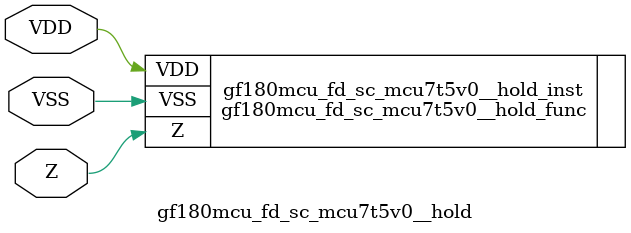
<source format=v>

module gf180mcu_fd_sc_mcu7t5v0__hold( Z, VDD, VSS );
inout VDD, VSS;
inout Z;

   `ifdef FUNCTIONAL  //  functional //

	gf180mcu_fd_sc_mcu7t5v0__hold_func gf180mcu_fd_sc_mcu7t5v0__hold_behav_inst(.Z(Z),.VDD(VDD),.VSS(VSS));

   `else

	gf180mcu_fd_sc_mcu7t5v0__hold_func gf180mcu_fd_sc_mcu7t5v0__hold_inst(.Z(Z),.VDD(VDD),.VSS(VSS));

	// spec_gates_begin


	// spec_gates_end



   specify

	// specify_block_begin

	// specify_block_end

   endspecify

   `endif

endmodule

</source>
